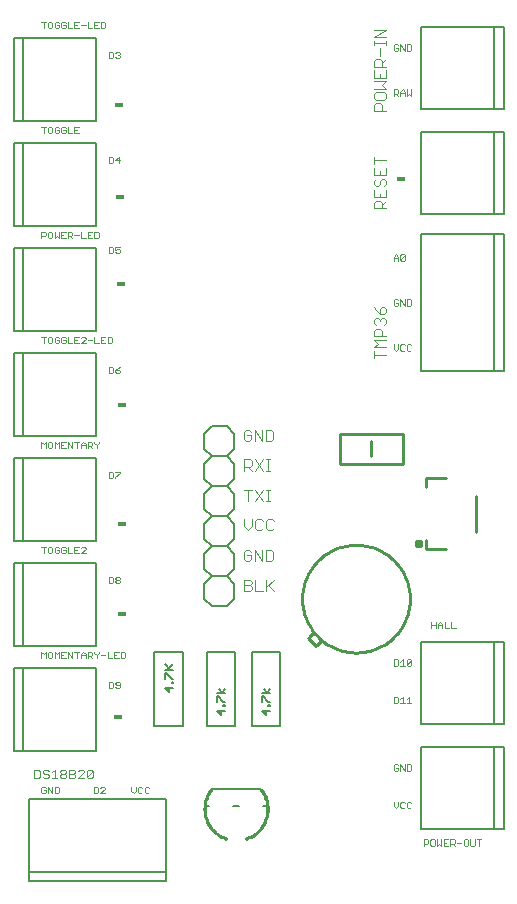
<source format=gto>
G75*
%MOIN*%
%OFA0B0*%
%FSLAX24Y24*%
%IPPOS*%
%LPD*%
%AMOC8*
5,1,8,0,0,1.08239X$1,22.5*
%
%ADD10C,0.0030*%
%ADD11C,0.0020*%
%ADD12C,0.0080*%
%ADD13C,0.0008*%
%ADD14C,0.0100*%
%ADD15C,0.0050*%
%ADD16C,0.0157*%
%ADD17R,0.0300X0.0180*%
D10*
X000822Y003572D02*
X000967Y003572D01*
X001016Y003621D01*
X001016Y003814D01*
X000967Y003863D01*
X000822Y003863D01*
X000822Y003572D01*
X001117Y003621D02*
X001165Y003572D01*
X001262Y003572D01*
X001310Y003621D01*
X001310Y003669D01*
X001262Y003717D01*
X001165Y003717D01*
X001117Y003766D01*
X001117Y003814D01*
X001165Y003863D01*
X001262Y003863D01*
X001310Y003814D01*
X001412Y003766D02*
X001508Y003863D01*
X001508Y003572D01*
X001412Y003572D02*
X001605Y003572D01*
X001706Y003621D02*
X001706Y003669D01*
X001755Y003717D01*
X001851Y003717D01*
X001900Y003669D01*
X001900Y003621D01*
X001851Y003572D01*
X001755Y003572D01*
X001706Y003621D01*
X001755Y003717D02*
X001706Y003766D01*
X001706Y003814D01*
X001755Y003863D01*
X001851Y003863D01*
X001900Y003814D01*
X001900Y003766D01*
X001851Y003717D01*
X002001Y003717D02*
X002146Y003717D01*
X002194Y003669D01*
X002194Y003621D01*
X002146Y003572D01*
X002001Y003572D01*
X002001Y003863D01*
X002146Y003863D01*
X002194Y003814D01*
X002194Y003766D01*
X002146Y003717D01*
X002296Y003814D02*
X002344Y003863D01*
X002441Y003863D01*
X002489Y003814D01*
X002489Y003766D01*
X002296Y003572D01*
X002489Y003572D01*
X002590Y003621D02*
X002590Y003814D01*
X002639Y003863D01*
X002735Y003863D01*
X002784Y003814D01*
X002590Y003621D01*
X002639Y003572D01*
X002735Y003572D01*
X002784Y003621D01*
X002784Y003814D01*
X007832Y009822D02*
X008017Y009822D01*
X008079Y009884D01*
X008079Y009946D01*
X008017Y010007D01*
X007832Y010007D01*
X007832Y009822D02*
X007832Y010193D01*
X008017Y010193D01*
X008079Y010131D01*
X008079Y010069D01*
X008017Y010007D01*
X008201Y009822D02*
X008448Y009822D01*
X008569Y009822D02*
X008569Y010193D01*
X008631Y010007D02*
X008816Y009822D01*
X008569Y009946D02*
X008816Y010193D01*
X008734Y010822D02*
X008549Y010822D01*
X008549Y011193D01*
X008734Y011193D01*
X008796Y011131D01*
X008796Y010884D01*
X008734Y010822D01*
X008428Y010822D02*
X008428Y011193D01*
X008181Y011193D02*
X008181Y010822D01*
X008059Y010884D02*
X008059Y011007D01*
X007936Y011007D01*
X008059Y010884D02*
X007997Y010822D01*
X007874Y010822D01*
X007812Y010884D01*
X007812Y011131D01*
X007874Y011193D01*
X007997Y011193D01*
X008059Y011131D01*
X008181Y011193D02*
X008428Y010822D01*
X008201Y010193D02*
X008201Y009822D01*
X008262Y011852D02*
X008386Y011852D01*
X008448Y011914D01*
X008569Y011914D02*
X008569Y012161D01*
X008631Y012223D01*
X008754Y012223D01*
X008816Y012161D01*
X008816Y011914D02*
X008754Y011852D01*
X008631Y011852D01*
X008569Y011914D01*
X008448Y012161D02*
X008386Y012223D01*
X008262Y012223D01*
X008201Y012161D01*
X008201Y011914D01*
X008262Y011852D01*
X008079Y011976D02*
X008079Y012223D01*
X007832Y012223D02*
X007832Y011976D01*
X007956Y011852D01*
X008079Y011976D01*
X008201Y012822D02*
X008448Y013193D01*
X008569Y013193D02*
X008692Y013193D01*
X008631Y013193D02*
X008631Y012822D01*
X008692Y012822D02*
X008569Y012822D01*
X008448Y012822D02*
X008201Y013193D01*
X008079Y013193D02*
X007832Y013193D01*
X007956Y013193D02*
X007956Y012822D01*
X008079Y013832D02*
X007956Y013956D01*
X008017Y013956D02*
X007832Y013956D01*
X007832Y013832D02*
X007832Y014203D01*
X008017Y014203D01*
X008079Y014141D01*
X008079Y014017D01*
X008017Y013956D01*
X008201Y013832D02*
X008448Y014203D01*
X008569Y014203D02*
X008692Y014203D01*
X008631Y014203D02*
X008631Y013832D01*
X008692Y013832D02*
X008569Y013832D01*
X008448Y013832D02*
X008201Y014203D01*
X008181Y014822D02*
X008181Y015193D01*
X008428Y014822D01*
X008428Y015193D01*
X008549Y015193D02*
X008734Y015193D01*
X008796Y015131D01*
X008796Y014884D01*
X008734Y014822D01*
X008549Y014822D01*
X008549Y015193D01*
X008059Y015131D02*
X007997Y015193D01*
X007874Y015193D01*
X007812Y015131D01*
X007812Y014884D01*
X007874Y014822D01*
X007997Y014822D01*
X008059Y014884D01*
X008059Y015007D01*
X007936Y015007D01*
X012172Y017572D02*
X012172Y017819D01*
X012172Y017941D02*
X012295Y018064D01*
X012172Y018188D01*
X012542Y018188D01*
X012542Y018309D02*
X012172Y018309D01*
X012172Y018494D01*
X012234Y018556D01*
X012357Y018556D01*
X012419Y018494D01*
X012419Y018309D01*
X012542Y017941D02*
X012172Y017941D01*
X012172Y017696D02*
X012542Y017696D01*
X012481Y018677D02*
X012542Y018739D01*
X012542Y018862D01*
X012481Y018924D01*
X012419Y018924D01*
X012357Y018862D01*
X012357Y018801D01*
X012357Y018862D02*
X012295Y018924D01*
X012234Y018924D01*
X012172Y018862D01*
X012172Y018739D01*
X012234Y018677D01*
X012357Y019046D02*
X012234Y019169D01*
X012172Y019292D01*
X012357Y019231D02*
X012357Y019046D01*
X012481Y019046D01*
X012542Y019107D01*
X012542Y019231D01*
X012481Y019292D01*
X012419Y019292D01*
X012357Y019231D01*
X012419Y022572D02*
X012419Y022757D01*
X012357Y022819D01*
X012234Y022819D01*
X012172Y022757D01*
X012172Y022572D01*
X012542Y022572D01*
X012419Y022696D02*
X012542Y022819D01*
X012542Y022941D02*
X012542Y023188D01*
X012481Y023309D02*
X012542Y023371D01*
X012542Y023494D01*
X012481Y023556D01*
X012419Y023556D01*
X012357Y023494D01*
X012357Y023371D01*
X012295Y023309D01*
X012234Y023309D01*
X012172Y023371D01*
X012172Y023494D01*
X012234Y023556D01*
X012172Y023677D02*
X012542Y023677D01*
X012542Y023924D01*
X012357Y023801D02*
X012357Y023677D01*
X012172Y023677D02*
X012172Y023924D01*
X012172Y024046D02*
X012172Y024292D01*
X012172Y024169D02*
X012542Y024169D01*
X012172Y023188D02*
X012172Y022941D01*
X012542Y022941D01*
X012357Y022941D02*
X012357Y023064D01*
X012419Y025822D02*
X012419Y026007D01*
X012357Y026069D01*
X012234Y026069D01*
X012172Y026007D01*
X012172Y025822D01*
X012542Y025822D01*
X012481Y026191D02*
X012542Y026252D01*
X012542Y026376D01*
X012481Y026438D01*
X012234Y026438D01*
X012172Y026376D01*
X012172Y026252D01*
X012234Y026191D01*
X012481Y026191D01*
X012542Y026559D02*
X012172Y026559D01*
X012172Y026806D02*
X012542Y026806D01*
X012419Y026682D01*
X012542Y026559D01*
X012542Y026927D02*
X012542Y027174D01*
X012542Y027296D02*
X012172Y027296D01*
X012172Y027481D01*
X012234Y027542D01*
X012357Y027542D01*
X012419Y027481D01*
X012419Y027296D01*
X012419Y027419D02*
X012542Y027542D01*
X012357Y027664D02*
X012357Y027911D01*
X012172Y028032D02*
X012172Y028156D01*
X012172Y028094D02*
X012542Y028094D01*
X012542Y028032D02*
X012542Y028156D01*
X012542Y028278D02*
X012172Y028278D01*
X012542Y028525D01*
X012172Y028525D01*
X012172Y027174D02*
X012172Y026927D01*
X012542Y026927D01*
X012357Y026927D02*
X012357Y027051D01*
D11*
X012817Y026538D02*
X012817Y026317D01*
X012817Y026391D02*
X012927Y026391D01*
X012964Y026427D01*
X012964Y026501D01*
X012927Y026538D01*
X012817Y026538D01*
X012891Y026391D02*
X012964Y026317D01*
X013038Y026317D02*
X013038Y026464D01*
X013112Y026538D01*
X013185Y026464D01*
X013185Y026317D01*
X013259Y026317D02*
X013333Y026391D01*
X013406Y026317D01*
X013406Y026538D01*
X013259Y026538D02*
X013259Y026317D01*
X013185Y026427D02*
X013038Y026427D01*
X013038Y027817D02*
X013038Y028038D01*
X013185Y027817D01*
X013185Y028038D01*
X013259Y028038D02*
X013369Y028038D01*
X013406Y028001D01*
X013406Y027854D01*
X013369Y027817D01*
X013259Y027817D01*
X013259Y028038D01*
X012964Y028001D02*
X012927Y028038D01*
X012854Y028038D01*
X012817Y028001D01*
X012817Y027854D01*
X012854Y027817D01*
X012927Y027817D01*
X012964Y027854D01*
X012964Y027927D01*
X012891Y027927D01*
X012891Y021038D02*
X012964Y020964D01*
X012964Y020817D01*
X013038Y020854D02*
X013185Y021001D01*
X013185Y020854D01*
X013148Y020817D01*
X013075Y020817D01*
X013038Y020854D01*
X013038Y021001D01*
X013075Y021038D01*
X013148Y021038D01*
X013185Y021001D01*
X012964Y020927D02*
X012817Y020927D01*
X012817Y020964D02*
X012891Y021038D01*
X012817Y020964D02*
X012817Y020817D01*
X012854Y019538D02*
X012817Y019501D01*
X012817Y019354D01*
X012854Y019317D01*
X012927Y019317D01*
X012964Y019354D01*
X012964Y019427D01*
X012891Y019427D01*
X012964Y019501D02*
X012927Y019538D01*
X012854Y019538D01*
X013038Y019538D02*
X013038Y019317D01*
X013185Y019317D02*
X013038Y019538D01*
X013185Y019538D02*
X013185Y019317D01*
X013259Y019317D02*
X013369Y019317D01*
X013406Y019354D01*
X013406Y019501D01*
X013369Y019538D01*
X013259Y019538D01*
X013259Y019317D01*
X013296Y018038D02*
X013259Y018001D01*
X013259Y017854D01*
X013296Y017817D01*
X013369Y017817D01*
X013406Y017854D01*
X013406Y018001D02*
X013369Y018038D01*
X013296Y018038D01*
X013185Y018001D02*
X013148Y018038D01*
X013075Y018038D01*
X013038Y018001D01*
X013038Y017854D01*
X013075Y017817D01*
X013148Y017817D01*
X013185Y017854D01*
X012964Y017891D02*
X012964Y018038D01*
X012817Y018038D02*
X012817Y017891D01*
X012891Y017817D01*
X012964Y017891D01*
X014067Y008788D02*
X014067Y008567D01*
X014067Y008677D02*
X014214Y008677D01*
X014288Y008677D02*
X014435Y008677D01*
X014435Y008714D02*
X014435Y008567D01*
X014509Y008567D02*
X014509Y008788D01*
X014435Y008714D02*
X014362Y008788D01*
X014288Y008714D01*
X014288Y008567D01*
X014214Y008567D02*
X014214Y008788D01*
X014509Y008567D02*
X014656Y008567D01*
X014730Y008567D02*
X014877Y008567D01*
X014730Y008567D02*
X014730Y008788D01*
X013406Y007501D02*
X013259Y007354D01*
X013296Y007317D01*
X013369Y007317D01*
X013406Y007354D01*
X013406Y007501D01*
X013369Y007538D01*
X013296Y007538D01*
X013259Y007501D01*
X013259Y007354D01*
X013185Y007317D02*
X013038Y007317D01*
X013112Y007317D02*
X013112Y007538D01*
X013038Y007464D01*
X012964Y007501D02*
X012927Y007538D01*
X012817Y007538D01*
X012817Y007317D01*
X012927Y007317D01*
X012964Y007354D01*
X012964Y007501D01*
X012927Y006288D02*
X012817Y006288D01*
X012817Y006067D01*
X012927Y006067D01*
X012964Y006104D01*
X012964Y006251D01*
X012927Y006288D01*
X013038Y006214D02*
X013112Y006288D01*
X013112Y006067D01*
X013185Y006067D02*
X013038Y006067D01*
X013259Y006067D02*
X013406Y006067D01*
X013333Y006067D02*
X013333Y006288D01*
X013259Y006214D01*
X013259Y004038D02*
X013369Y004038D01*
X013406Y004001D01*
X013406Y003854D01*
X013369Y003817D01*
X013259Y003817D01*
X013259Y004038D01*
X013185Y004038D02*
X013185Y003817D01*
X013038Y004038D01*
X013038Y003817D01*
X012964Y003854D02*
X012964Y003927D01*
X012891Y003927D01*
X012964Y003854D02*
X012927Y003817D01*
X012854Y003817D01*
X012817Y003854D01*
X012817Y004001D01*
X012854Y004038D01*
X012927Y004038D01*
X012964Y004001D01*
X012964Y002788D02*
X012964Y002641D01*
X012891Y002567D01*
X012817Y002641D01*
X012817Y002788D01*
X013038Y002751D02*
X013038Y002604D01*
X013075Y002567D01*
X013148Y002567D01*
X013185Y002604D01*
X013259Y002604D02*
X013296Y002567D01*
X013369Y002567D01*
X013406Y002604D01*
X013259Y002604D02*
X013259Y002751D01*
X013296Y002788D01*
X013369Y002788D01*
X013406Y002751D01*
X013185Y002751D02*
X013148Y002788D01*
X013075Y002788D01*
X013038Y002751D01*
X013817Y001538D02*
X013817Y001317D01*
X013817Y001391D02*
X013927Y001391D01*
X013964Y001427D01*
X013964Y001501D01*
X013927Y001538D01*
X013817Y001538D01*
X014038Y001501D02*
X014038Y001354D01*
X014075Y001317D01*
X014148Y001317D01*
X014185Y001354D01*
X014185Y001501D01*
X014148Y001538D01*
X014075Y001538D01*
X014038Y001501D01*
X014259Y001538D02*
X014259Y001317D01*
X014333Y001391D01*
X014406Y001317D01*
X014406Y001538D01*
X014480Y001538D02*
X014480Y001317D01*
X014627Y001317D01*
X014701Y001317D02*
X014701Y001538D01*
X014811Y001538D01*
X014848Y001501D01*
X014848Y001427D01*
X014811Y001391D01*
X014701Y001391D01*
X014775Y001391D02*
X014848Y001317D01*
X014922Y001427D02*
X015069Y001427D01*
X015143Y001354D02*
X015143Y001501D01*
X015180Y001538D01*
X015253Y001538D01*
X015290Y001501D01*
X015290Y001354D01*
X015253Y001317D01*
X015180Y001317D01*
X015143Y001354D01*
X015364Y001354D02*
X015364Y001538D01*
X015511Y001538D02*
X015511Y001354D01*
X015474Y001317D01*
X015401Y001317D01*
X015364Y001354D01*
X015585Y001538D02*
X015732Y001538D01*
X015659Y001538D02*
X015659Y001317D01*
X014627Y001538D02*
X014480Y001538D01*
X014480Y001427D02*
X014554Y001427D01*
X004656Y003104D02*
X004619Y003067D01*
X004546Y003067D01*
X004509Y003104D01*
X004509Y003251D01*
X004546Y003288D01*
X004619Y003288D01*
X004656Y003251D01*
X004435Y003251D02*
X004398Y003288D01*
X004325Y003288D01*
X004288Y003251D01*
X004288Y003104D01*
X004325Y003067D01*
X004398Y003067D01*
X004435Y003104D01*
X004214Y003141D02*
X004214Y003288D01*
X004067Y003288D02*
X004067Y003141D01*
X004141Y003067D01*
X004214Y003141D01*
X003185Y003214D02*
X003185Y003251D01*
X003148Y003288D01*
X003075Y003288D01*
X003038Y003251D01*
X002964Y003251D02*
X002964Y003104D01*
X002927Y003067D01*
X002817Y003067D01*
X002817Y003288D01*
X002927Y003288D01*
X002964Y003251D01*
X003038Y003067D02*
X003185Y003214D01*
X003185Y003067D02*
X003038Y003067D01*
X001656Y003104D02*
X001656Y003251D01*
X001619Y003288D01*
X001509Y003288D01*
X001509Y003067D01*
X001619Y003067D01*
X001656Y003104D01*
X001435Y003067D02*
X001435Y003288D01*
X001288Y003288D02*
X001288Y003067D01*
X001214Y003104D02*
X001214Y003177D01*
X001141Y003177D01*
X001214Y003104D02*
X001177Y003067D01*
X001104Y003067D01*
X001067Y003104D01*
X001067Y003251D01*
X001104Y003288D01*
X001177Y003288D01*
X001214Y003251D01*
X001288Y003288D02*
X001435Y003067D01*
X003317Y006567D02*
X003427Y006567D01*
X003464Y006604D01*
X003464Y006751D01*
X003427Y006788D01*
X003317Y006788D01*
X003317Y006567D01*
X003538Y006604D02*
X003575Y006567D01*
X003648Y006567D01*
X003685Y006604D01*
X003685Y006751D01*
X003648Y006788D01*
X003575Y006788D01*
X003538Y006751D01*
X003538Y006714D01*
X003575Y006677D01*
X003685Y006677D01*
X003719Y007567D02*
X003829Y007567D01*
X003866Y007604D01*
X003866Y007751D01*
X003829Y007788D01*
X003719Y007788D01*
X003719Y007567D01*
X003645Y007567D02*
X003498Y007567D01*
X003498Y007788D01*
X003645Y007788D01*
X003572Y007677D02*
X003498Y007677D01*
X003424Y007567D02*
X003277Y007567D01*
X003277Y007788D01*
X003203Y007677D02*
X003056Y007677D01*
X002982Y007751D02*
X002982Y007788D01*
X002982Y007751D02*
X002909Y007677D01*
X002909Y007567D01*
X002909Y007677D02*
X002835Y007751D01*
X002835Y007788D01*
X002761Y007751D02*
X002761Y007677D01*
X002724Y007641D01*
X002614Y007641D01*
X002688Y007641D02*
X002761Y007567D01*
X002614Y007567D02*
X002614Y007788D01*
X002724Y007788D01*
X002761Y007751D01*
X002540Y007714D02*
X002540Y007567D01*
X002540Y007677D02*
X002393Y007677D01*
X002393Y007714D02*
X002467Y007788D01*
X002540Y007714D01*
X002393Y007714D02*
X002393Y007567D01*
X002246Y007567D02*
X002246Y007788D01*
X002319Y007788D02*
X002172Y007788D01*
X002098Y007788D02*
X002098Y007567D01*
X001951Y007788D01*
X001951Y007567D01*
X001877Y007567D02*
X001730Y007567D01*
X001730Y007788D01*
X001877Y007788D01*
X001804Y007677D02*
X001730Y007677D01*
X001656Y007567D02*
X001656Y007788D01*
X001583Y007714D01*
X001509Y007788D01*
X001509Y007567D01*
X001435Y007604D02*
X001435Y007751D01*
X001398Y007788D01*
X001325Y007788D01*
X001288Y007751D01*
X001288Y007604D01*
X001325Y007567D01*
X001398Y007567D01*
X001435Y007604D01*
X001214Y007567D02*
X001214Y007788D01*
X001141Y007714D01*
X001067Y007788D01*
X001067Y007567D01*
X001141Y011067D02*
X001141Y011288D01*
X001214Y011288D02*
X001067Y011288D01*
X001288Y011251D02*
X001288Y011104D01*
X001325Y011067D01*
X001398Y011067D01*
X001435Y011104D01*
X001435Y011251D01*
X001398Y011288D01*
X001325Y011288D01*
X001288Y011251D01*
X001509Y011251D02*
X001509Y011104D01*
X001546Y011067D01*
X001619Y011067D01*
X001656Y011104D01*
X001656Y011177D01*
X001583Y011177D01*
X001656Y011251D02*
X001619Y011288D01*
X001546Y011288D01*
X001509Y011251D01*
X001730Y011251D02*
X001730Y011104D01*
X001767Y011067D01*
X001840Y011067D01*
X001877Y011104D01*
X001877Y011177D01*
X001804Y011177D01*
X001877Y011251D02*
X001840Y011288D01*
X001767Y011288D01*
X001730Y011251D01*
X001951Y011288D02*
X001951Y011067D01*
X002098Y011067D01*
X002172Y011067D02*
X002172Y011288D01*
X002319Y011288D01*
X002393Y011251D02*
X002430Y011288D01*
X002503Y011288D01*
X002540Y011251D01*
X002540Y011214D01*
X002393Y011067D01*
X002540Y011067D01*
X002319Y011067D02*
X002172Y011067D01*
X002172Y011177D02*
X002246Y011177D01*
X003317Y010288D02*
X003317Y010067D01*
X003427Y010067D01*
X003464Y010104D01*
X003464Y010251D01*
X003427Y010288D01*
X003317Y010288D01*
X003538Y010251D02*
X003538Y010214D01*
X003575Y010177D01*
X003648Y010177D01*
X003685Y010141D01*
X003685Y010104D01*
X003648Y010067D01*
X003575Y010067D01*
X003538Y010104D01*
X003538Y010141D01*
X003575Y010177D01*
X003648Y010177D02*
X003685Y010214D01*
X003685Y010251D01*
X003648Y010288D01*
X003575Y010288D01*
X003538Y010251D01*
X003538Y013567D02*
X003538Y013604D01*
X003685Y013751D01*
X003685Y013788D01*
X003538Y013788D01*
X003464Y013751D02*
X003464Y013604D01*
X003427Y013567D01*
X003317Y013567D01*
X003317Y013788D01*
X003427Y013788D01*
X003464Y013751D01*
X002909Y014567D02*
X002909Y014677D01*
X002982Y014751D01*
X002982Y014788D01*
X002909Y014677D02*
X002835Y014751D01*
X002835Y014788D01*
X002761Y014751D02*
X002761Y014677D01*
X002724Y014641D01*
X002614Y014641D01*
X002688Y014641D02*
X002761Y014567D01*
X002614Y014567D02*
X002614Y014788D01*
X002724Y014788D01*
X002761Y014751D01*
X002540Y014714D02*
X002540Y014567D01*
X002540Y014677D02*
X002393Y014677D01*
X002393Y014714D02*
X002467Y014788D01*
X002540Y014714D01*
X002393Y014714D02*
X002393Y014567D01*
X002246Y014567D02*
X002246Y014788D01*
X002319Y014788D02*
X002172Y014788D01*
X002098Y014788D02*
X002098Y014567D01*
X001951Y014788D01*
X001951Y014567D01*
X001877Y014567D02*
X001730Y014567D01*
X001730Y014788D01*
X001877Y014788D01*
X001804Y014677D02*
X001730Y014677D01*
X001656Y014567D02*
X001656Y014788D01*
X001583Y014714D01*
X001509Y014788D01*
X001509Y014567D01*
X001435Y014604D02*
X001435Y014751D01*
X001398Y014788D01*
X001325Y014788D01*
X001288Y014751D01*
X001288Y014604D01*
X001325Y014567D01*
X001398Y014567D01*
X001435Y014604D01*
X001214Y014567D02*
X001214Y014788D01*
X001141Y014714D01*
X001067Y014788D01*
X001067Y014567D01*
X001141Y018067D02*
X001141Y018288D01*
X001214Y018288D02*
X001067Y018288D01*
X001288Y018251D02*
X001288Y018104D01*
X001325Y018067D01*
X001398Y018067D01*
X001435Y018104D01*
X001435Y018251D01*
X001398Y018288D01*
X001325Y018288D01*
X001288Y018251D01*
X001509Y018251D02*
X001509Y018104D01*
X001546Y018067D01*
X001619Y018067D01*
X001656Y018104D01*
X001656Y018177D01*
X001583Y018177D01*
X001656Y018251D02*
X001619Y018288D01*
X001546Y018288D01*
X001509Y018251D01*
X001730Y018251D02*
X001730Y018104D01*
X001767Y018067D01*
X001840Y018067D01*
X001877Y018104D01*
X001877Y018177D01*
X001804Y018177D01*
X001877Y018251D02*
X001840Y018288D01*
X001767Y018288D01*
X001730Y018251D01*
X001951Y018288D02*
X001951Y018067D01*
X002098Y018067D01*
X002172Y018067D02*
X002172Y018288D01*
X002319Y018288D01*
X002393Y018251D02*
X002430Y018288D01*
X002503Y018288D01*
X002540Y018251D01*
X002540Y018214D01*
X002393Y018067D01*
X002540Y018067D01*
X002614Y018177D02*
X002761Y018177D01*
X002835Y018067D02*
X002982Y018067D01*
X003056Y018067D02*
X003056Y018288D01*
X003203Y018288D01*
X003277Y018288D02*
X003387Y018288D01*
X003424Y018251D01*
X003424Y018104D01*
X003387Y018067D01*
X003277Y018067D01*
X003277Y018288D01*
X003130Y018177D02*
X003056Y018177D01*
X003056Y018067D02*
X003203Y018067D01*
X002835Y018067D02*
X002835Y018288D01*
X003317Y017288D02*
X003427Y017288D01*
X003464Y017251D01*
X003464Y017104D01*
X003427Y017067D01*
X003317Y017067D01*
X003317Y017288D01*
X003538Y017177D02*
X003648Y017177D01*
X003685Y017141D01*
X003685Y017104D01*
X003648Y017067D01*
X003575Y017067D01*
X003538Y017104D01*
X003538Y017177D01*
X003612Y017251D01*
X003685Y017288D01*
X002319Y018067D02*
X002172Y018067D01*
X002172Y018177D02*
X002246Y018177D01*
X003317Y021067D02*
X003427Y021067D01*
X003464Y021104D01*
X003464Y021251D01*
X003427Y021288D01*
X003317Y021288D01*
X003317Y021067D01*
X003538Y021104D02*
X003575Y021067D01*
X003648Y021067D01*
X003685Y021104D01*
X003685Y021177D01*
X003648Y021214D01*
X003612Y021214D01*
X003538Y021177D01*
X003538Y021288D01*
X003685Y021288D01*
X002982Y021604D02*
X002945Y021567D01*
X002835Y021567D01*
X002835Y021788D01*
X002945Y021788D01*
X002982Y021751D01*
X002982Y021604D01*
X002761Y021567D02*
X002614Y021567D01*
X002614Y021788D01*
X002761Y021788D01*
X002688Y021677D02*
X002614Y021677D01*
X002540Y021567D02*
X002393Y021567D01*
X002393Y021788D01*
X002319Y021677D02*
X002172Y021677D01*
X002098Y021677D02*
X002061Y021641D01*
X001951Y021641D01*
X002025Y021641D02*
X002098Y021567D01*
X002098Y021677D02*
X002098Y021751D01*
X002061Y021788D01*
X001951Y021788D01*
X001951Y021567D01*
X001877Y021567D02*
X001730Y021567D01*
X001730Y021788D01*
X001877Y021788D01*
X001804Y021677D02*
X001730Y021677D01*
X001656Y021567D02*
X001656Y021788D01*
X001509Y021788D02*
X001509Y021567D01*
X001583Y021641D01*
X001656Y021567D01*
X001435Y021604D02*
X001435Y021751D01*
X001398Y021788D01*
X001325Y021788D01*
X001288Y021751D01*
X001288Y021604D01*
X001325Y021567D01*
X001398Y021567D01*
X001435Y021604D01*
X001214Y021677D02*
X001177Y021641D01*
X001067Y021641D01*
X001067Y021567D02*
X001067Y021788D01*
X001177Y021788D01*
X001214Y021751D01*
X001214Y021677D01*
X001141Y025067D02*
X001141Y025288D01*
X001214Y025288D02*
X001067Y025288D01*
X001288Y025251D02*
X001288Y025104D01*
X001325Y025067D01*
X001398Y025067D01*
X001435Y025104D01*
X001435Y025251D01*
X001398Y025288D01*
X001325Y025288D01*
X001288Y025251D01*
X001509Y025251D02*
X001509Y025104D01*
X001546Y025067D01*
X001619Y025067D01*
X001656Y025104D01*
X001656Y025177D01*
X001583Y025177D01*
X001656Y025251D02*
X001619Y025288D01*
X001546Y025288D01*
X001509Y025251D01*
X001730Y025251D02*
X001730Y025104D01*
X001767Y025067D01*
X001840Y025067D01*
X001877Y025104D01*
X001877Y025177D01*
X001804Y025177D01*
X001877Y025251D02*
X001840Y025288D01*
X001767Y025288D01*
X001730Y025251D01*
X001951Y025288D02*
X001951Y025067D01*
X002098Y025067D01*
X002172Y025067D02*
X002172Y025288D01*
X002319Y025288D01*
X002246Y025177D02*
X002172Y025177D01*
X002172Y025067D02*
X002319Y025067D01*
X003317Y024288D02*
X003317Y024067D01*
X003427Y024067D01*
X003464Y024104D01*
X003464Y024251D01*
X003427Y024288D01*
X003317Y024288D01*
X003538Y024177D02*
X003685Y024177D01*
X003648Y024067D02*
X003648Y024288D01*
X003538Y024177D01*
X003575Y027567D02*
X003538Y027604D01*
X003575Y027567D02*
X003648Y027567D01*
X003685Y027604D01*
X003685Y027641D01*
X003648Y027677D01*
X003612Y027677D01*
X003648Y027677D02*
X003685Y027714D01*
X003685Y027751D01*
X003648Y027788D01*
X003575Y027788D01*
X003538Y027751D01*
X003464Y027751D02*
X003464Y027604D01*
X003427Y027567D01*
X003317Y027567D01*
X003317Y027788D01*
X003427Y027788D01*
X003464Y027751D01*
X003166Y028567D02*
X003056Y028567D01*
X003056Y028788D01*
X003166Y028788D01*
X003203Y028751D01*
X003203Y028604D01*
X003166Y028567D01*
X002982Y028567D02*
X002835Y028567D01*
X002835Y028788D01*
X002982Y028788D01*
X002909Y028677D02*
X002835Y028677D01*
X002761Y028567D02*
X002614Y028567D01*
X002614Y028788D01*
X002540Y028677D02*
X002393Y028677D01*
X002319Y028567D02*
X002172Y028567D01*
X002172Y028788D01*
X002319Y028788D01*
X002246Y028677D02*
X002172Y028677D01*
X002098Y028567D02*
X001951Y028567D01*
X001951Y028788D01*
X001877Y028751D02*
X001840Y028788D01*
X001767Y028788D01*
X001730Y028751D01*
X001730Y028604D01*
X001767Y028567D01*
X001840Y028567D01*
X001877Y028604D01*
X001877Y028677D01*
X001804Y028677D01*
X001656Y028677D02*
X001583Y028677D01*
X001656Y028677D02*
X001656Y028604D01*
X001619Y028567D01*
X001546Y028567D01*
X001509Y028604D01*
X001509Y028751D01*
X001546Y028788D01*
X001619Y028788D01*
X001656Y028751D01*
X001435Y028751D02*
X001398Y028788D01*
X001325Y028788D01*
X001288Y028751D01*
X001288Y028604D01*
X001325Y028567D01*
X001398Y028567D01*
X001435Y028604D01*
X001435Y028751D01*
X001214Y028788D02*
X001067Y028788D01*
X001141Y028788D02*
X001141Y028567D01*
D12*
X000652Y000455D02*
X000652Y000140D01*
X005219Y000140D01*
X005219Y000455D01*
X000652Y000455D01*
X000652Y002896D01*
X005219Y002896D01*
X005219Y000455D01*
X006512Y002657D02*
X006670Y002657D01*
X006733Y003207D02*
X008382Y003207D01*
X008445Y002657D02*
X008603Y002657D01*
X007670Y002657D02*
X007445Y002657D01*
X007530Y005317D02*
X006585Y005317D01*
X006585Y007797D01*
X007530Y007797D01*
X007530Y005317D01*
X008085Y005317D02*
X008085Y007797D01*
X009030Y007797D01*
X009030Y005317D01*
X008085Y005317D01*
X007247Y009307D02*
X006747Y009307D01*
X006497Y009557D01*
X006497Y010057D01*
X006747Y010307D01*
X007247Y010307D01*
X007497Y010057D01*
X007497Y009557D01*
X007247Y009307D01*
X007247Y010307D02*
X007497Y010557D01*
X007497Y011057D01*
X007247Y011307D01*
X006747Y011307D01*
X006497Y011557D01*
X006497Y012057D01*
X006747Y012307D01*
X007247Y012307D01*
X007497Y012057D01*
X007497Y011557D01*
X007247Y011307D01*
X006747Y011307D02*
X006497Y011057D01*
X006497Y010557D01*
X006747Y010307D01*
X006747Y012307D02*
X006497Y012557D01*
X006497Y013057D01*
X006747Y013307D01*
X007247Y013307D01*
X007497Y013057D01*
X007497Y012557D01*
X007247Y012307D01*
X007247Y013307D02*
X007497Y013557D01*
X007497Y014057D01*
X007247Y014307D01*
X006747Y014307D01*
X006497Y014557D01*
X006497Y015057D01*
X006747Y015307D01*
X007247Y015307D01*
X007497Y015057D01*
X007497Y014557D01*
X007247Y014307D01*
X006747Y014307D02*
X006497Y014057D01*
X006497Y013557D01*
X006747Y013307D01*
X005780Y007797D02*
X004835Y007797D01*
X004835Y005317D01*
X005780Y005317D01*
X005780Y007797D01*
X002896Y007990D02*
X000455Y007990D01*
X000455Y010746D01*
X002896Y010746D01*
X002896Y007990D01*
X002896Y007246D02*
X000455Y007246D01*
X000455Y004490D01*
X000140Y004490D01*
X000140Y007246D01*
X000455Y007246D01*
X000455Y007990D02*
X000140Y007990D01*
X000140Y010746D01*
X000455Y010746D01*
X000455Y011490D02*
X000140Y011490D01*
X000140Y014246D01*
X000455Y014246D01*
X000455Y011490D01*
X002896Y011490D01*
X002896Y014246D01*
X000455Y014246D01*
X000455Y014990D02*
X000140Y014990D01*
X000140Y017746D01*
X000455Y017746D01*
X000455Y014990D01*
X002896Y014990D01*
X002896Y017746D01*
X000455Y017746D01*
X000455Y018490D02*
X000140Y018490D01*
X000140Y021246D01*
X000455Y021246D01*
X000455Y018490D01*
X002896Y018490D01*
X002896Y021246D01*
X000455Y021246D01*
X000455Y021990D02*
X000140Y021990D01*
X000140Y024746D01*
X000455Y024746D01*
X000455Y021990D01*
X002896Y021990D01*
X002896Y024746D01*
X000455Y024746D01*
X000455Y025490D02*
X000140Y025490D01*
X000140Y028246D01*
X000455Y028246D01*
X000455Y025490D01*
X002896Y025490D01*
X002896Y028246D01*
X000455Y028246D01*
X002896Y007246D02*
X002896Y004490D01*
X000455Y004490D01*
X013719Y004624D02*
X013719Y001868D01*
X016160Y001868D01*
X016160Y004624D01*
X016475Y004624D01*
X016475Y001868D01*
X016160Y001868D01*
X016160Y004624D02*
X013719Y004624D01*
X013719Y005368D02*
X016160Y005368D01*
X016160Y008124D01*
X016475Y008124D01*
X016475Y005368D01*
X016160Y005368D01*
X016160Y008124D02*
X013719Y008124D01*
X013719Y005368D01*
X013719Y017152D02*
X016160Y017152D01*
X016160Y021719D01*
X016475Y021719D01*
X016475Y017152D01*
X016160Y017152D01*
X013719Y017152D02*
X013719Y021719D01*
X016160Y021719D01*
X016160Y022368D02*
X016160Y025124D01*
X016475Y025124D01*
X016475Y022368D01*
X016160Y022368D01*
X013719Y022368D01*
X013719Y025124D01*
X016160Y025124D01*
X016160Y025868D02*
X016160Y028624D01*
X016475Y028624D01*
X016475Y025868D01*
X016160Y025868D01*
X013719Y025868D01*
X013719Y028624D01*
X016160Y028624D01*
D13*
X006702Y003226D02*
X006759Y003181D01*
X006758Y003182D02*
X006722Y003132D01*
X006689Y003081D01*
X006659Y003028D01*
X006632Y002972D01*
X006609Y002916D01*
X006589Y002858D01*
X006572Y002799D01*
X006560Y002739D01*
X006550Y002679D01*
X006545Y002618D01*
X006543Y002557D01*
X006545Y002496D01*
X006550Y002435D01*
X006560Y002374D01*
X006572Y002314D01*
X006589Y002255D01*
X006609Y002198D01*
X006632Y002141D01*
X006659Y002086D01*
X006689Y002033D01*
X006722Y001981D01*
X006758Y001932D01*
X006798Y001885D01*
X006840Y001840D01*
X006884Y001798D01*
X006931Y001759D01*
X006980Y001723D01*
X007032Y001690D01*
X007085Y001660D01*
X007140Y001633D01*
X007196Y001609D01*
X007254Y001589D01*
X007233Y001521D01*
X007233Y001520D01*
X007171Y001542D01*
X007111Y001567D01*
X007052Y001596D01*
X006995Y001628D01*
X006940Y001664D01*
X006887Y001703D01*
X006836Y001745D01*
X006789Y001789D01*
X006744Y001837D01*
X006702Y001888D01*
X006663Y001940D01*
X006627Y001995D01*
X006595Y002053D01*
X006567Y002111D01*
X006542Y002172D01*
X006520Y002234D01*
X006503Y002297D01*
X006489Y002361D01*
X006479Y002426D01*
X006473Y002491D01*
X006471Y002557D01*
X006473Y002622D01*
X006479Y002688D01*
X006489Y002752D01*
X006502Y002817D01*
X006520Y002880D01*
X006541Y002942D01*
X006566Y003002D01*
X006595Y003061D01*
X006627Y003118D01*
X006663Y003173D01*
X006702Y003226D01*
X006707Y003222D01*
X006669Y003169D01*
X006633Y003115D01*
X006601Y003058D01*
X006573Y002999D01*
X006548Y002939D01*
X006527Y002878D01*
X006509Y002815D01*
X006496Y002751D01*
X006486Y002687D01*
X006480Y002622D01*
X006478Y002557D01*
X006480Y002492D01*
X006486Y002427D01*
X006496Y002362D01*
X006509Y002299D01*
X006527Y002236D01*
X006548Y002175D01*
X006573Y002114D01*
X006601Y002056D01*
X006633Y001999D01*
X006669Y001944D01*
X006707Y001892D01*
X006749Y001842D01*
X006794Y001794D01*
X006841Y001750D01*
X006891Y001708D01*
X006943Y001669D01*
X006998Y001634D01*
X007055Y001602D01*
X007113Y001573D01*
X007174Y001548D01*
X007235Y001527D01*
X007237Y001534D01*
X007176Y001555D01*
X007116Y001580D01*
X007058Y001608D01*
X007002Y001640D01*
X006947Y001675D01*
X006895Y001714D01*
X006846Y001755D01*
X006799Y001799D01*
X006754Y001846D01*
X006713Y001896D01*
X006675Y001948D01*
X006639Y002003D01*
X006608Y002059D01*
X006579Y002117D01*
X006555Y002177D01*
X006534Y002238D01*
X006516Y002300D01*
X006503Y002364D01*
X006493Y002428D01*
X006487Y002492D01*
X006485Y002557D01*
X006487Y002621D01*
X006493Y002686D01*
X006502Y002750D01*
X006516Y002813D01*
X006533Y002875D01*
X006554Y002937D01*
X006579Y002996D01*
X006607Y003055D01*
X006639Y003111D01*
X006674Y003165D01*
X006713Y003217D01*
X006718Y003213D01*
X006680Y003161D01*
X006645Y003107D01*
X006614Y003051D01*
X006586Y002994D01*
X006561Y002934D01*
X006540Y002873D01*
X006523Y002811D01*
X006509Y002749D01*
X006500Y002685D01*
X006494Y002621D01*
X006492Y002557D01*
X006494Y002493D01*
X006500Y002429D01*
X006509Y002365D01*
X006523Y002302D01*
X006540Y002240D01*
X006561Y002179D01*
X006586Y002120D01*
X006614Y002062D01*
X006645Y002006D01*
X006680Y001952D01*
X006718Y001901D01*
X006760Y001851D01*
X006804Y001804D01*
X006850Y001760D01*
X006900Y001719D01*
X006951Y001681D01*
X007005Y001646D01*
X007061Y001614D01*
X007119Y001586D01*
X007178Y001562D01*
X007239Y001541D01*
X007241Y001547D01*
X007181Y001568D01*
X007122Y001593D01*
X007065Y001621D01*
X007009Y001652D01*
X006955Y001687D01*
X006904Y001725D01*
X006855Y001765D01*
X006808Y001809D01*
X006765Y001856D01*
X006724Y001905D01*
X006686Y001956D01*
X006651Y002010D01*
X006620Y002066D01*
X006592Y002123D01*
X006568Y002182D01*
X006547Y002242D01*
X006530Y002304D01*
X006516Y002366D01*
X006507Y002429D01*
X006501Y002493D01*
X006499Y002557D01*
X006501Y002621D01*
X006507Y002684D01*
X006516Y002747D01*
X006530Y002810D01*
X006547Y002871D01*
X006568Y002932D01*
X006592Y002991D01*
X006620Y003048D01*
X006651Y003104D01*
X006686Y003157D01*
X006724Y003209D01*
X006729Y003204D01*
X006692Y003153D01*
X006657Y003100D01*
X006626Y003045D01*
X006598Y002988D01*
X006574Y002929D01*
X006553Y002869D01*
X006536Y002808D01*
X006523Y002746D01*
X006514Y002683D01*
X006508Y002620D01*
X006506Y002557D01*
X006508Y002493D01*
X006514Y002430D01*
X006523Y002368D01*
X006537Y002306D01*
X006554Y002244D01*
X006574Y002184D01*
X006599Y002126D01*
X006626Y002069D01*
X006657Y002014D01*
X006692Y001960D01*
X006729Y001909D01*
X006770Y001860D01*
X006813Y001814D01*
X006860Y001771D01*
X006908Y001730D01*
X006959Y001692D01*
X007013Y001658D01*
X007068Y001627D01*
X007125Y001599D01*
X007183Y001575D01*
X007243Y001554D01*
X007245Y001561D01*
X007186Y001581D01*
X007128Y001605D01*
X007071Y001633D01*
X007016Y001664D01*
X006963Y001698D01*
X006913Y001736D01*
X006864Y001776D01*
X006818Y001819D01*
X006775Y001865D01*
X006735Y001914D01*
X006698Y001964D01*
X006663Y002017D01*
X006632Y002072D01*
X006605Y002129D01*
X006581Y002187D01*
X006560Y002246D01*
X006543Y002307D01*
X006530Y002369D01*
X006521Y002431D01*
X006515Y002494D01*
X006513Y002557D01*
X006515Y002620D01*
X006521Y002682D01*
X006530Y002745D01*
X006543Y002806D01*
X006560Y002867D01*
X006581Y002927D01*
X006605Y002985D01*
X006632Y003042D01*
X006663Y003096D01*
X006697Y003149D01*
X006735Y003200D01*
X006740Y003196D01*
X006703Y003145D01*
X006669Y003093D01*
X006638Y003038D01*
X006611Y002982D01*
X006587Y002924D01*
X006567Y002865D01*
X006550Y002805D01*
X006537Y002744D01*
X006528Y002682D01*
X006522Y002619D01*
X006520Y002557D01*
X006522Y002494D01*
X006528Y002432D01*
X006537Y002370D01*
X006550Y002309D01*
X006567Y002249D01*
X006587Y002189D01*
X006611Y002132D01*
X006639Y002075D01*
X006669Y002021D01*
X006703Y001968D01*
X006740Y001918D01*
X006780Y001870D01*
X006823Y001824D01*
X006869Y001781D01*
X006917Y001741D01*
X006967Y001704D01*
X007020Y001670D01*
X007074Y001639D01*
X007131Y001612D01*
X007188Y001588D01*
X007247Y001567D01*
X007250Y001574D01*
X007191Y001594D01*
X007133Y001618D01*
X007078Y001645D01*
X007023Y001676D01*
X006971Y001710D01*
X006921Y001747D01*
X006873Y001786D01*
X006828Y001829D01*
X006786Y001874D01*
X006746Y001922D01*
X006709Y001972D01*
X006675Y002024D01*
X006645Y002079D01*
X006618Y002134D01*
X006594Y002192D01*
X006574Y002251D01*
X006557Y002311D01*
X006544Y002371D01*
X006535Y002433D01*
X006529Y002495D01*
X006527Y002557D01*
X006529Y002619D01*
X006534Y002681D01*
X006544Y002742D01*
X006557Y002803D01*
X006573Y002863D01*
X006594Y002922D01*
X006617Y002979D01*
X006645Y003035D01*
X006675Y003089D01*
X006709Y003141D01*
X006746Y003191D01*
X006751Y003187D01*
X006715Y003137D01*
X006681Y003086D01*
X006651Y003032D01*
X006624Y002976D01*
X006600Y002919D01*
X006580Y002861D01*
X006564Y002801D01*
X006551Y002741D01*
X006541Y002680D01*
X006536Y002618D01*
X006534Y002557D01*
X006536Y002495D01*
X006541Y002434D01*
X006551Y002373D01*
X006564Y002312D01*
X006580Y002253D01*
X006600Y002194D01*
X006624Y002137D01*
X006651Y002082D01*
X006681Y002028D01*
X006715Y001976D01*
X006751Y001926D01*
X006791Y001879D01*
X006833Y001834D01*
X006878Y001792D01*
X006926Y001752D01*
X006975Y001716D01*
X007027Y001682D01*
X007081Y001652D01*
X007136Y001625D01*
X007193Y001601D01*
X007252Y001581D01*
X007254Y001587D01*
X007196Y001607D01*
X007139Y001631D01*
X007084Y001658D01*
X007031Y001688D01*
X006979Y001721D01*
X006930Y001758D01*
X006883Y001797D01*
X006838Y001839D01*
X006796Y001884D01*
X006757Y001931D01*
X006721Y001980D01*
X006687Y002032D01*
X006657Y002085D01*
X006630Y002140D01*
X006607Y002197D01*
X006587Y002255D01*
X006571Y002314D01*
X006558Y002374D01*
X006548Y002434D01*
X006543Y002495D01*
X006541Y002557D01*
X006543Y002618D01*
X006548Y002679D01*
X006558Y002740D01*
X006570Y002800D01*
X006587Y002859D01*
X006607Y002917D01*
X006630Y002973D01*
X006657Y003028D01*
X006687Y003082D01*
X006720Y003133D01*
X006757Y003183D01*
X007880Y001521D02*
X007859Y001590D01*
X007860Y001589D02*
X007918Y001609D01*
X007974Y001633D01*
X008029Y001660D01*
X008082Y001690D01*
X008134Y001723D01*
X008183Y001759D01*
X008230Y001798D01*
X008274Y001840D01*
X008316Y001885D01*
X008355Y001932D01*
X008392Y001981D01*
X008425Y002033D01*
X008455Y002086D01*
X008482Y002141D01*
X008505Y002198D01*
X008525Y002255D01*
X008542Y002314D01*
X008554Y002374D01*
X008564Y002435D01*
X008569Y002496D01*
X008571Y002557D01*
X008569Y002618D01*
X008564Y002679D01*
X008554Y002739D01*
X008542Y002799D01*
X008525Y002858D01*
X008505Y002916D01*
X008482Y002972D01*
X008455Y003028D01*
X008425Y003081D01*
X008392Y003132D01*
X008356Y003182D01*
X008412Y003226D01*
X008451Y003173D01*
X008487Y003118D01*
X008519Y003061D01*
X008548Y003002D01*
X008573Y002942D01*
X008594Y002880D01*
X008612Y002816D01*
X008625Y002752D01*
X008635Y002688D01*
X008641Y002622D01*
X008643Y002557D01*
X008641Y002491D01*
X008635Y002426D01*
X008625Y002361D01*
X008611Y002297D01*
X008594Y002234D01*
X008572Y002172D01*
X008547Y002111D01*
X008519Y002053D01*
X008487Y001995D01*
X008451Y001940D01*
X008412Y001888D01*
X008370Y001837D01*
X008325Y001789D01*
X008278Y001744D01*
X008227Y001703D01*
X008174Y001664D01*
X008119Y001628D01*
X008062Y001596D01*
X008003Y001567D01*
X007943Y001542D01*
X007881Y001520D01*
X007879Y001527D01*
X007940Y001548D01*
X008001Y001573D01*
X008059Y001602D01*
X008116Y001634D01*
X008171Y001669D01*
X008223Y001708D01*
X008273Y001750D01*
X008320Y001794D01*
X008365Y001842D01*
X008407Y001892D01*
X008445Y001944D01*
X008481Y001999D01*
X008513Y002056D01*
X008541Y002114D01*
X008566Y002175D01*
X008587Y002236D01*
X008605Y002299D01*
X008618Y002362D01*
X008628Y002427D01*
X008634Y002492D01*
X008636Y002557D01*
X008634Y002622D01*
X008628Y002687D01*
X008618Y002751D01*
X008605Y002815D01*
X008587Y002878D01*
X008566Y002939D01*
X008541Y002999D01*
X008513Y003058D01*
X008481Y003115D01*
X008445Y003169D01*
X008407Y003222D01*
X008401Y003217D01*
X008440Y003165D01*
X008475Y003111D01*
X008507Y003055D01*
X008535Y002996D01*
X008560Y002937D01*
X008581Y002875D01*
X008598Y002813D01*
X008612Y002750D01*
X008621Y002686D01*
X008627Y002621D01*
X008629Y002557D01*
X008627Y002492D01*
X008621Y002428D01*
X008611Y002364D01*
X008598Y002300D01*
X008580Y002238D01*
X008559Y002177D01*
X008535Y002117D01*
X008506Y002059D01*
X008475Y002003D01*
X008439Y001948D01*
X008401Y001896D01*
X008360Y001846D01*
X008315Y001799D01*
X008268Y001755D01*
X008219Y001714D01*
X008167Y001675D01*
X008112Y001640D01*
X008056Y001608D01*
X007998Y001580D01*
X007938Y001555D01*
X007877Y001534D01*
X007875Y001541D01*
X007936Y001562D01*
X007995Y001586D01*
X008053Y001614D01*
X008109Y001646D01*
X008163Y001681D01*
X008214Y001719D01*
X008264Y001760D01*
X008310Y001804D01*
X008354Y001851D01*
X008396Y001901D01*
X008434Y001952D01*
X008469Y002006D01*
X008500Y002062D01*
X008528Y002120D01*
X008553Y002179D01*
X008574Y002240D01*
X008591Y002302D01*
X008605Y002365D01*
X008614Y002429D01*
X008620Y002493D01*
X008622Y002557D01*
X008620Y002621D01*
X008614Y002685D01*
X008605Y002749D01*
X008591Y002811D01*
X008574Y002873D01*
X008553Y002934D01*
X008528Y002994D01*
X008500Y003051D01*
X008469Y003107D01*
X008434Y003161D01*
X008396Y003213D01*
X008390Y003209D01*
X008428Y003157D01*
X008463Y003104D01*
X008494Y003048D01*
X008522Y002991D01*
X008546Y002932D01*
X008567Y002871D01*
X008584Y002810D01*
X008598Y002747D01*
X008607Y002684D01*
X008613Y002621D01*
X008615Y002557D01*
X008613Y002493D01*
X008607Y002429D01*
X008598Y002366D01*
X008584Y002304D01*
X008567Y002242D01*
X008546Y002182D01*
X008522Y002123D01*
X008494Y002066D01*
X008463Y002010D01*
X008428Y001956D01*
X008390Y001905D01*
X008349Y001856D01*
X008306Y001809D01*
X008259Y001765D01*
X008210Y001725D01*
X008159Y001687D01*
X008105Y001652D01*
X008049Y001621D01*
X007992Y001593D01*
X007933Y001568D01*
X007873Y001547D01*
X007871Y001554D01*
X007931Y001575D01*
X007989Y001599D01*
X008046Y001627D01*
X008101Y001658D01*
X008155Y001692D01*
X008206Y001730D01*
X008254Y001771D01*
X008301Y001814D01*
X008344Y001860D01*
X008385Y001909D01*
X008422Y001960D01*
X008457Y002014D01*
X008488Y002069D01*
X008515Y002126D01*
X008540Y002184D01*
X008560Y002244D01*
X008577Y002305D01*
X008591Y002368D01*
X008600Y002430D01*
X008606Y002493D01*
X008608Y002557D01*
X008606Y002620D01*
X008600Y002683D01*
X008591Y002746D01*
X008578Y002808D01*
X008561Y002869D01*
X008540Y002929D01*
X008516Y002988D01*
X008488Y003045D01*
X008457Y003100D01*
X008422Y003153D01*
X008385Y003204D01*
X008379Y003200D01*
X008417Y003149D01*
X008451Y003096D01*
X008482Y003042D01*
X008509Y002985D01*
X008533Y002927D01*
X008554Y002867D01*
X008571Y002806D01*
X008584Y002745D01*
X008593Y002682D01*
X008599Y002620D01*
X008601Y002557D01*
X008599Y002494D01*
X008593Y002431D01*
X008584Y002369D01*
X008571Y002307D01*
X008554Y002246D01*
X008533Y002187D01*
X008509Y002129D01*
X008482Y002072D01*
X008451Y002017D01*
X008416Y001964D01*
X008379Y001913D01*
X008339Y001865D01*
X008296Y001819D01*
X008250Y001776D01*
X008201Y001736D01*
X008151Y001698D01*
X008098Y001664D01*
X008043Y001633D01*
X007986Y001605D01*
X007928Y001581D01*
X007869Y001561D01*
X007867Y001567D01*
X007926Y001588D01*
X007983Y001612D01*
X008040Y001639D01*
X008094Y001670D01*
X008147Y001704D01*
X008197Y001741D01*
X008245Y001781D01*
X008291Y001824D01*
X008334Y001870D01*
X008374Y001918D01*
X008411Y001968D01*
X008445Y002021D01*
X008475Y002075D01*
X008503Y002132D01*
X008527Y002189D01*
X008547Y002249D01*
X008564Y002309D01*
X008577Y002370D01*
X008586Y002432D01*
X008592Y002494D01*
X008594Y002557D01*
X008592Y002619D01*
X008586Y002682D01*
X008577Y002743D01*
X008564Y002805D01*
X008547Y002865D01*
X008527Y002924D01*
X008503Y002982D01*
X008476Y003038D01*
X008445Y003093D01*
X008411Y003145D01*
X008374Y003196D01*
X008368Y003191D01*
X008405Y003141D01*
X008439Y003089D01*
X008469Y003035D01*
X008497Y002979D01*
X008520Y002922D01*
X008541Y002863D01*
X008557Y002803D01*
X008570Y002742D01*
X008580Y002681D01*
X008585Y002619D01*
X008587Y002557D01*
X008585Y002495D01*
X008579Y002433D01*
X008570Y002371D01*
X008557Y002311D01*
X008540Y002251D01*
X008520Y002192D01*
X008496Y002134D01*
X008469Y002079D01*
X008439Y002024D01*
X008405Y001972D01*
X008368Y001922D01*
X008328Y001874D01*
X008286Y001829D01*
X008241Y001786D01*
X008193Y001747D01*
X008143Y001710D01*
X008091Y001676D01*
X008036Y001645D01*
X007981Y001618D01*
X007923Y001594D01*
X007864Y001574D01*
X007862Y001581D01*
X007921Y001601D01*
X007978Y001625D01*
X008033Y001652D01*
X008087Y001682D01*
X008139Y001716D01*
X008188Y001752D01*
X008236Y001792D01*
X008281Y001834D01*
X008323Y001879D01*
X008363Y001926D01*
X008399Y001976D01*
X008433Y002028D01*
X008463Y002082D01*
X008490Y002137D01*
X008514Y002194D01*
X008534Y002253D01*
X008550Y002312D01*
X008563Y002373D01*
X008573Y002434D01*
X008578Y002495D01*
X008580Y002557D01*
X008578Y002618D01*
X008573Y002680D01*
X008563Y002741D01*
X008550Y002801D01*
X008534Y002861D01*
X008514Y002919D01*
X008490Y002976D01*
X008463Y003032D01*
X008433Y003086D01*
X008399Y003137D01*
X008363Y003187D01*
X008357Y003183D01*
X008394Y003133D01*
X008427Y003082D01*
X008457Y003028D01*
X008484Y002973D01*
X008507Y002917D01*
X008527Y002859D01*
X008544Y002800D01*
X008556Y002740D01*
X008566Y002679D01*
X008571Y002618D01*
X008573Y002557D01*
X008571Y002495D01*
X008566Y002434D01*
X008556Y002374D01*
X008543Y002314D01*
X008527Y002255D01*
X008507Y002197D01*
X008484Y002140D01*
X008457Y002085D01*
X008427Y002032D01*
X008393Y001980D01*
X008357Y001931D01*
X008318Y001884D01*
X008276Y001839D01*
X008231Y001797D01*
X008184Y001758D01*
X008135Y001721D01*
X008083Y001688D01*
X008030Y001658D01*
X007975Y001631D01*
X007918Y001607D01*
X007860Y001587D01*
D14*
X010229Y007990D02*
X009965Y008255D01*
X009979Y008269D02*
X010146Y008436D01*
X010410Y008171D02*
X010243Y008004D01*
X009764Y009557D02*
X009766Y009641D01*
X009772Y009725D01*
X009782Y009808D01*
X009795Y009891D01*
X009813Y009974D01*
X009834Y010055D01*
X009860Y010135D01*
X009889Y010214D01*
X009921Y010291D01*
X009958Y010367D01*
X009997Y010441D01*
X010040Y010513D01*
X010087Y010584D01*
X010137Y010651D01*
X010190Y010717D01*
X010245Y010779D01*
X010304Y010840D01*
X010366Y010897D01*
X010430Y010951D01*
X010496Y011003D01*
X010565Y011051D01*
X010636Y011096D01*
X010709Y011137D01*
X010784Y011175D01*
X010861Y011209D01*
X010939Y011240D01*
X011019Y011267D01*
X011100Y011291D01*
X011181Y011310D01*
X011264Y011326D01*
X011347Y011338D01*
X011431Y011346D01*
X011515Y011350D01*
X011599Y011350D01*
X011683Y011346D01*
X011767Y011338D01*
X011850Y011326D01*
X011933Y011310D01*
X012014Y011291D01*
X012095Y011267D01*
X012175Y011240D01*
X012253Y011209D01*
X012330Y011175D01*
X012405Y011137D01*
X012478Y011096D01*
X012549Y011051D01*
X012618Y011003D01*
X012684Y010951D01*
X012748Y010897D01*
X012810Y010840D01*
X012869Y010779D01*
X012924Y010717D01*
X012977Y010651D01*
X013027Y010584D01*
X013074Y010513D01*
X013117Y010441D01*
X013156Y010367D01*
X013193Y010291D01*
X013225Y010214D01*
X013254Y010135D01*
X013280Y010055D01*
X013301Y009974D01*
X013319Y009891D01*
X013332Y009808D01*
X013342Y009725D01*
X013348Y009641D01*
X013350Y009557D01*
X013348Y009473D01*
X013342Y009389D01*
X013332Y009306D01*
X013319Y009223D01*
X013301Y009140D01*
X013280Y009059D01*
X013254Y008979D01*
X013225Y008900D01*
X013193Y008823D01*
X013156Y008747D01*
X013117Y008673D01*
X013074Y008601D01*
X013027Y008530D01*
X012977Y008463D01*
X012924Y008397D01*
X012869Y008335D01*
X012810Y008274D01*
X012748Y008217D01*
X012684Y008163D01*
X012618Y008111D01*
X012549Y008063D01*
X012478Y008018D01*
X012405Y007977D01*
X012330Y007939D01*
X012253Y007905D01*
X012175Y007874D01*
X012095Y007847D01*
X012014Y007823D01*
X011933Y007804D01*
X011850Y007788D01*
X011767Y007776D01*
X011683Y007768D01*
X011599Y007764D01*
X011515Y007764D01*
X011431Y007768D01*
X011347Y007776D01*
X011264Y007788D01*
X011181Y007804D01*
X011100Y007823D01*
X011019Y007847D01*
X010939Y007874D01*
X010861Y007905D01*
X010784Y007939D01*
X010709Y007977D01*
X010636Y008018D01*
X010565Y008063D01*
X010496Y008111D01*
X010430Y008163D01*
X010366Y008217D01*
X010304Y008274D01*
X010245Y008335D01*
X010190Y008397D01*
X010137Y008463D01*
X010087Y008530D01*
X010040Y008601D01*
X009997Y008673D01*
X009958Y008747D01*
X009921Y008823D01*
X009889Y008900D01*
X009860Y008979D01*
X009834Y009059D01*
X009813Y009140D01*
X009795Y009223D01*
X009782Y009306D01*
X009772Y009389D01*
X009766Y009473D01*
X009764Y009557D01*
X011007Y014057D02*
X011007Y015057D01*
X013107Y015057D01*
X013107Y014057D01*
X011007Y014057D01*
X012057Y014307D02*
X012057Y014807D01*
X013895Y013568D02*
X013895Y013273D01*
X013895Y013568D02*
X014545Y013568D01*
X015568Y012978D02*
X015568Y011797D01*
X014545Y011206D02*
X013895Y011206D01*
X013895Y011501D01*
D15*
X008682Y006554D02*
X008592Y006419D01*
X008502Y006554D01*
X008412Y006419D02*
X008682Y006419D01*
X008457Y006304D02*
X008637Y006124D01*
X008682Y006124D01*
X008682Y006022D02*
X008637Y006022D01*
X008637Y005977D01*
X008682Y005977D01*
X008682Y006022D01*
X008682Y005817D02*
X008412Y005817D01*
X008547Y005682D01*
X008547Y005862D01*
X008412Y006124D02*
X008412Y006304D01*
X008457Y006304D01*
X007182Y006419D02*
X006912Y006419D01*
X006912Y006304D02*
X006957Y006304D01*
X007137Y006124D01*
X007182Y006124D01*
X007182Y006022D02*
X007137Y006022D01*
X007137Y005977D01*
X007182Y005977D01*
X007182Y006022D01*
X007182Y005817D02*
X006912Y005817D01*
X007047Y005682D01*
X007047Y005862D01*
X006912Y006124D02*
X006912Y006304D01*
X007092Y006419D02*
X007002Y006554D01*
X007092Y006419D02*
X007182Y006554D01*
X005452Y006586D02*
X005182Y006586D01*
X005317Y006451D01*
X005317Y006631D01*
X005407Y006746D02*
X005407Y006791D01*
X005452Y006791D01*
X005452Y006746D01*
X005407Y006746D01*
X005407Y006893D02*
X005452Y006893D01*
X005407Y006893D02*
X005227Y007073D01*
X005182Y007073D01*
X005182Y006893D01*
X005182Y007188D02*
X005452Y007188D01*
X005362Y007188D02*
X005182Y007368D01*
X005317Y007233D02*
X005452Y007368D01*
D16*
X013583Y011403D02*
X013585Y011417D01*
X013591Y011431D01*
X013599Y011443D01*
X013611Y011451D01*
X013625Y011457D01*
X013639Y011459D01*
X013653Y011457D01*
X013667Y011451D01*
X013679Y011443D01*
X013687Y011431D01*
X013693Y011417D01*
X013695Y011403D01*
X013693Y011389D01*
X013687Y011375D01*
X013679Y011363D01*
X013667Y011355D01*
X013653Y011349D01*
X013639Y011347D01*
X013625Y011349D01*
X013611Y011355D01*
X013599Y011363D01*
X013591Y011375D01*
X013585Y011389D01*
X013583Y011403D01*
D17*
X013057Y023557D03*
X003677Y022947D03*
X003707Y020037D03*
X003757Y016007D03*
X003747Y012057D03*
X003757Y009057D03*
X003617Y005617D03*
X003667Y026027D03*
M02*

</source>
